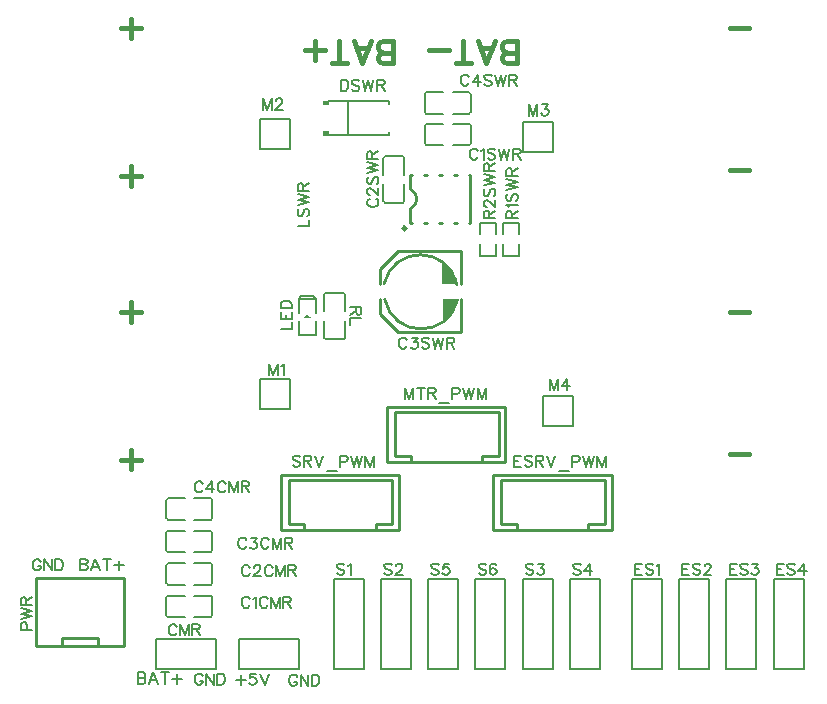
<source format=gto>
G04 Layer: TopSilkscreenLayer*
G04 EasyEDA v6.5.40, 2024-05-01 13:46:42*
G04 7703e67730494ffebf129c6139567d94,10*
G04 Gerber Generator version 0.2*
G04 Scale: 100 percent, Rotated: No, Reflected: No *
G04 Dimensions in millimeters *
G04 leading zeros omitted , absolute positions ,4 integer and 5 decimal *
%FSLAX45Y45*%
%MOMM*%

%ADD10C,0.2032*%
%ADD11C,0.2000*%
%ADD12C,0.4000*%
%ADD13C,0.4100*%
%ADD14C,0.1524*%
%ADD15C,0.1500*%
%ADD16C,0.2540*%
%ADD17C,0.2030*%
%ADD18C,0.0101*%

%LPD*%
D10*
X2438112Y-6501876D02*
G01*
X2433540Y-6492732D01*
X2424650Y-6483588D01*
X2415506Y-6479016D01*
X2397218Y-6479016D01*
X2388074Y-6483588D01*
X2379184Y-6492732D01*
X2374612Y-6501876D01*
X2370040Y-6515338D01*
X2370040Y-6538198D01*
X2374612Y-6551914D01*
X2379184Y-6560804D01*
X2388074Y-6569948D01*
X2397218Y-6574520D01*
X2415506Y-6574520D01*
X2424650Y-6569948D01*
X2433540Y-6560804D01*
X2438112Y-6551914D01*
X2438112Y-6538198D01*
X2415506Y-6538198D02*
G01*
X2438112Y-6538198D01*
X2468084Y-6479016D02*
G01*
X2468084Y-6574520D01*
X2468084Y-6479016D02*
G01*
X2531838Y-6574520D01*
X2531838Y-6479016D02*
G01*
X2531838Y-6574520D01*
X2561810Y-6479016D02*
G01*
X2561810Y-6574520D01*
X2561810Y-6479016D02*
G01*
X2593560Y-6479016D01*
X2607276Y-6483588D01*
X2616420Y-6492732D01*
X2620992Y-6501876D01*
X2625564Y-6515338D01*
X2625564Y-6538198D01*
X2620992Y-6551914D01*
X2616420Y-6560804D01*
X2607276Y-6569948D01*
X2593560Y-6574520D01*
X2561810Y-6574520D01*
D11*
X1960890Y-6482661D02*
G01*
X1960890Y-6564449D01*
X1919996Y-6523555D02*
G01*
X2001784Y-6523555D01*
X2086366Y-6469199D02*
G01*
X2040900Y-6469199D01*
X2036328Y-6510093D01*
X2040900Y-6505521D01*
X2054616Y-6500949D01*
X2068078Y-6500949D01*
X2081794Y-6505521D01*
X2090938Y-6514411D01*
X2095510Y-6528127D01*
X2095510Y-6537271D01*
X2090938Y-6550987D01*
X2081794Y-6559877D01*
X2068078Y-6564449D01*
X2054616Y-6564449D01*
X2040900Y-6559877D01*
X2036328Y-6555559D01*
X2031756Y-6546415D01*
X2125482Y-6469199D02*
G01*
X2161804Y-6564449D01*
X2198126Y-6469199D02*
G01*
X2161804Y-6564449D01*
X599998Y-5498972D02*
G01*
X599998Y-5594477D01*
X599998Y-5498972D02*
G01*
X640892Y-5498972D01*
X654608Y-5503545D01*
X659180Y-5508117D01*
X663752Y-5517261D01*
X663752Y-5526404D01*
X659180Y-5535548D01*
X654608Y-5539867D01*
X640892Y-5544438D01*
X599998Y-5544438D02*
G01*
X640892Y-5544438D01*
X654608Y-5549011D01*
X659180Y-5553582D01*
X663752Y-5562727D01*
X663752Y-5576443D01*
X659180Y-5585332D01*
X654608Y-5589904D01*
X640892Y-5594477D01*
X599998Y-5594477D01*
X730046Y-5498972D02*
G01*
X693724Y-5594477D01*
X730046Y-5498972D02*
G01*
X766368Y-5594477D01*
X707186Y-5562727D02*
G01*
X752652Y-5562727D01*
X828090Y-5498972D02*
G01*
X828090Y-5594477D01*
X796340Y-5498972D02*
G01*
X860094Y-5498972D01*
X930960Y-5512688D02*
G01*
X930960Y-5594477D01*
X890066Y-5553582D02*
G01*
X971854Y-5553582D01*
X268122Y-5521883D02*
G01*
X263550Y-5512739D01*
X254660Y-5503595D01*
X245516Y-5499023D01*
X227228Y-5499023D01*
X218084Y-5503595D01*
X209194Y-5512739D01*
X204622Y-5521883D01*
X200050Y-5535345D01*
X200050Y-5558205D01*
X204622Y-5571921D01*
X209194Y-5580811D01*
X218084Y-5589955D01*
X227228Y-5594527D01*
X245516Y-5594527D01*
X254660Y-5589955D01*
X263550Y-5580811D01*
X268122Y-5571921D01*
X268122Y-5558205D01*
X245516Y-5558205D02*
G01*
X268122Y-5558205D01*
X298094Y-5499023D02*
G01*
X298094Y-5594527D01*
X298094Y-5499023D02*
G01*
X361848Y-5594527D01*
X361848Y-5499023D02*
G01*
X361848Y-5594527D01*
X391820Y-5499023D02*
G01*
X391820Y-5594527D01*
X391820Y-5499023D02*
G01*
X423570Y-5499023D01*
X437286Y-5503595D01*
X446430Y-5512739D01*
X451002Y-5521883D01*
X455574Y-5535345D01*
X455574Y-5558205D01*
X451002Y-5571921D01*
X446430Y-5580811D01*
X437286Y-5589955D01*
X423570Y-5594527D01*
X391820Y-5594527D01*
X1090071Y-6459034D02*
G01*
X1090071Y-6554538D01*
X1090071Y-6459034D02*
G01*
X1130965Y-6459034D01*
X1144427Y-6463606D01*
X1148999Y-6468178D01*
X1153571Y-6477322D01*
X1153571Y-6486212D01*
X1148999Y-6495356D01*
X1144427Y-6499928D01*
X1130965Y-6504500D01*
X1090071Y-6504500D02*
G01*
X1130965Y-6504500D01*
X1144427Y-6509072D01*
X1148999Y-6513644D01*
X1153571Y-6522788D01*
X1153571Y-6536250D01*
X1148999Y-6545394D01*
X1144427Y-6549966D01*
X1130965Y-6554538D01*
X1090071Y-6554538D01*
X1219865Y-6459034D02*
G01*
X1183543Y-6554538D01*
X1219865Y-6459034D02*
G01*
X1256441Y-6554538D01*
X1197259Y-6522788D02*
G01*
X1242725Y-6522788D01*
X1318163Y-6459034D02*
G01*
X1318163Y-6554538D01*
X1286413Y-6459034D02*
G01*
X1349913Y-6459034D01*
X1420779Y-6472750D02*
G01*
X1420779Y-6554538D01*
X1379885Y-6513644D02*
G01*
X1461927Y-6513644D01*
D10*
X1638129Y-6491874D02*
G01*
X1633557Y-6482725D01*
X1624665Y-6473583D01*
X1615523Y-6469009D01*
X1597233Y-6469009D01*
X1588089Y-6473583D01*
X1579199Y-6482725D01*
X1574629Y-6491874D01*
X1570057Y-6505333D01*
X1570057Y-6528191D01*
X1574629Y-6541907D01*
X1579199Y-6550799D01*
X1588089Y-6559941D01*
X1597233Y-6564515D01*
X1615523Y-6564515D01*
X1624665Y-6559941D01*
X1633557Y-6550799D01*
X1638129Y-6541907D01*
X1638129Y-6528191D01*
X1615523Y-6528191D02*
G01*
X1638129Y-6528191D01*
X1668099Y-6469009D02*
G01*
X1668099Y-6564515D01*
X1668099Y-6469009D02*
G01*
X1731855Y-6564515D01*
X1731855Y-6469009D02*
G01*
X1731855Y-6564515D01*
X1761825Y-6469009D02*
G01*
X1761825Y-6564515D01*
X1761825Y-6469009D02*
G01*
X1793575Y-6469009D01*
X1807291Y-6473583D01*
X1816437Y-6482725D01*
X1821007Y-6491874D01*
X1825581Y-6505333D01*
X1825581Y-6528191D01*
X1821007Y-6541907D01*
X1816437Y-6550799D01*
X1807291Y-6559941D01*
X1793575Y-6564515D01*
X1761825Y-6564515D01*
D12*
X6099942Y-2207348D02*
G01*
X6263518Y-2207348D01*
X6099942Y-4607344D02*
G01*
X6263513Y-4607344D01*
X6099942Y-1007351D02*
G01*
X6263510Y-1007351D01*
X6099942Y-3407346D02*
G01*
X6263523Y-3407346D01*
X1031727Y-925418D02*
G01*
X1031727Y-1088994D01*
X949939Y-1007206D02*
G01*
X1113515Y-1007206D01*
X1031747Y-2175405D02*
G01*
X1031747Y-2338981D01*
X949960Y-2257191D02*
G01*
X1113536Y-2257191D01*
X1031727Y-3325413D02*
G01*
X1031727Y-3488989D01*
X949939Y-3407201D02*
G01*
X1113515Y-3407201D01*
D13*
X1031727Y-4575411D02*
G01*
X1031727Y-4738987D01*
X949939Y-4657199D02*
G01*
X1113515Y-4657199D01*
D12*
X3249942Y-1301783D02*
G01*
X3249942Y-1111029D01*
X3249942Y-1301783D02*
G01*
X3168154Y-1301783D01*
X3140976Y-1292639D01*
X3131832Y-1283749D01*
X3122688Y-1265461D01*
X3122688Y-1247173D01*
X3131832Y-1229139D01*
X3140976Y-1219995D01*
X3168154Y-1210851D01*
X3249942Y-1210851D02*
G01*
X3168154Y-1210851D01*
X3140976Y-1201707D01*
X3131832Y-1192817D01*
X3122688Y-1174529D01*
X3122688Y-1147351D01*
X3131832Y-1129063D01*
X3140976Y-1119919D01*
X3168154Y-1111029D01*
X3249942Y-1111029D01*
X2990100Y-1301783D02*
G01*
X3062744Y-1111029D01*
X2990100Y-1301783D02*
G01*
X2917202Y-1111029D01*
X3035566Y-1174529D02*
G01*
X2944634Y-1174529D01*
X2793504Y-1301783D02*
G01*
X2793504Y-1111029D01*
X2857258Y-1301783D02*
G01*
X2730004Y-1301783D01*
X2588272Y-1274605D02*
G01*
X2588272Y-1111029D01*
X2670060Y-1192817D02*
G01*
X2506484Y-1192817D01*
X4300042Y-1301750D02*
G01*
X4300042Y-1110995D01*
X4300042Y-1301750D02*
G01*
X4218254Y-1301750D01*
X4190822Y-1292605D01*
X4181932Y-1283715D01*
X4172788Y-1265428D01*
X4172788Y-1247394D01*
X4181932Y-1229105D01*
X4190822Y-1219962D01*
X4218254Y-1210818D01*
X4300042Y-1210818D02*
G01*
X4218254Y-1210818D01*
X4190822Y-1201928D01*
X4181932Y-1192784D01*
X4172788Y-1174495D01*
X4172788Y-1147318D01*
X4181932Y-1129029D01*
X4190822Y-1119886D01*
X4218254Y-1110995D01*
X4300042Y-1110995D01*
X4039946Y-1301750D02*
G01*
X4112844Y-1110995D01*
X4039946Y-1301750D02*
G01*
X3967302Y-1110995D01*
X4085412Y-1174495D02*
G01*
X3994480Y-1174495D01*
X3843604Y-1301750D02*
G01*
X3843604Y-1110995D01*
X3907358Y-1301750D02*
G01*
X3780104Y-1301750D01*
X3719906Y-1192784D02*
G01*
X3556330Y-1192784D01*
D11*
X2443708Y-2679981D02*
G01*
X2539212Y-2679981D01*
X2539212Y-2679981D02*
G01*
X2539212Y-2625371D01*
X2457424Y-2531645D02*
G01*
X2448280Y-2540789D01*
X2443708Y-2554505D01*
X2443708Y-2572539D01*
X2448280Y-2586255D01*
X2457424Y-2595399D01*
X2466314Y-2595399D01*
X2475458Y-2590827D01*
X2480030Y-2586255D01*
X2484602Y-2577111D01*
X2493746Y-2549933D01*
X2498318Y-2540789D01*
X2502890Y-2536217D01*
X2511780Y-2531645D01*
X2525496Y-2531645D01*
X2534640Y-2540789D01*
X2539212Y-2554505D01*
X2539212Y-2572539D01*
X2534640Y-2586255D01*
X2525496Y-2595399D01*
X2443708Y-2501673D02*
G01*
X2539212Y-2479067D01*
X2443708Y-2456207D02*
G01*
X2539212Y-2479067D01*
X2443708Y-2456207D02*
G01*
X2539212Y-2433601D01*
X2443708Y-2410741D02*
G01*
X2539212Y-2433601D01*
X2443708Y-2380769D02*
G01*
X2539212Y-2380769D01*
X2443708Y-2380769D02*
G01*
X2443708Y-2339875D01*
X2448280Y-2326159D01*
X2452852Y-2321587D01*
X2461742Y-2317269D01*
X2470886Y-2317269D01*
X2480030Y-2321587D01*
X2484602Y-2326159D01*
X2489174Y-2339875D01*
X2489174Y-2380769D01*
X2489174Y-2349019D02*
G01*
X2539212Y-2317269D01*
X1638185Y-4861702D02*
G01*
X1633613Y-4852812D01*
X1624469Y-4843668D01*
X1615325Y-4839096D01*
X1597291Y-4839096D01*
X1588147Y-4843668D01*
X1579003Y-4852812D01*
X1574431Y-4861702D01*
X1570113Y-4875418D01*
X1570113Y-4898278D01*
X1574431Y-4911740D01*
X1579003Y-4920884D01*
X1588147Y-4930028D01*
X1597291Y-4934600D01*
X1615325Y-4934600D01*
X1624469Y-4930028D01*
X1633613Y-4920884D01*
X1638185Y-4911740D01*
X1713623Y-4839096D02*
G01*
X1668157Y-4902850D01*
X1736229Y-4902850D01*
X1713623Y-4839096D02*
G01*
X1713623Y-4934600D01*
X1834527Y-4861702D02*
G01*
X1829955Y-4852812D01*
X1820811Y-4843668D01*
X1811921Y-4839096D01*
X1793633Y-4839096D01*
X1784489Y-4843668D01*
X1775345Y-4852812D01*
X1770773Y-4861702D01*
X1766455Y-4875418D01*
X1766455Y-4898278D01*
X1770773Y-4911740D01*
X1775345Y-4920884D01*
X1784489Y-4930028D01*
X1793633Y-4934600D01*
X1811921Y-4934600D01*
X1820811Y-4930028D01*
X1829955Y-4920884D01*
X1834527Y-4911740D01*
X1864499Y-4839096D02*
G01*
X1864499Y-4934600D01*
X1864499Y-4839096D02*
G01*
X1900821Y-4934600D01*
X1937143Y-4839096D02*
G01*
X1900821Y-4934600D01*
X1937143Y-4839096D02*
G01*
X1937143Y-4934600D01*
X1967369Y-4839096D02*
G01*
X1967369Y-4934600D01*
X1967369Y-4839096D02*
G01*
X2008263Y-4839096D01*
X2021725Y-4843668D01*
X2026297Y-4848240D01*
X2030869Y-4857384D01*
X2030869Y-4866274D01*
X2026297Y-4875418D01*
X2021725Y-4879990D01*
X2008263Y-4884562D01*
X1967369Y-4884562D01*
X1999119Y-4884562D02*
G01*
X2030869Y-4934600D01*
X2299047Y-3549937D02*
G01*
X2394551Y-3549937D01*
X2394551Y-3549937D02*
G01*
X2394551Y-3495327D01*
X2299047Y-3465355D02*
G01*
X2394551Y-3465355D01*
X2299047Y-3465355D02*
G01*
X2299047Y-3406427D01*
X2344513Y-3465355D02*
G01*
X2344513Y-3429033D01*
X2394551Y-3465355D02*
G01*
X2394551Y-3406427D01*
X2299047Y-3376455D02*
G01*
X2394551Y-3376455D01*
X2299047Y-3376455D02*
G01*
X2299047Y-3344451D01*
X2303619Y-3330989D01*
X2312763Y-3321845D01*
X2321907Y-3317273D01*
X2335369Y-3312701D01*
X2358229Y-3312701D01*
X2371691Y-3317273D01*
X2380835Y-3321845D01*
X2389979Y-3330989D01*
X2394551Y-3344451D01*
X2394551Y-3376455D01*
X4275068Y-4624077D02*
G01*
X4275068Y-4719581D01*
X4275068Y-4624077D02*
G01*
X4333996Y-4624077D01*
X4275068Y-4669543D02*
G01*
X4311390Y-4669543D01*
X4275068Y-4719581D02*
G01*
X4333996Y-4719581D01*
X4427722Y-4637793D02*
G01*
X4418578Y-4628649D01*
X4405116Y-4624077D01*
X4386828Y-4624077D01*
X4373112Y-4628649D01*
X4363968Y-4637793D01*
X4363968Y-4646683D01*
X4368540Y-4655827D01*
X4373112Y-4660399D01*
X4382256Y-4664971D01*
X4409434Y-4674115D01*
X4418578Y-4678687D01*
X4423150Y-4683259D01*
X4427722Y-4692149D01*
X4427722Y-4705865D01*
X4418578Y-4715009D01*
X4405116Y-4719581D01*
X4386828Y-4719581D01*
X4373112Y-4715009D01*
X4363968Y-4705865D01*
X4457694Y-4624077D02*
G01*
X4457694Y-4719581D01*
X4457694Y-4624077D02*
G01*
X4498588Y-4624077D01*
X4512304Y-4628649D01*
X4516876Y-4633221D01*
X4521448Y-4642365D01*
X4521448Y-4651255D01*
X4516876Y-4660399D01*
X4512304Y-4664971D01*
X4498588Y-4669543D01*
X4457694Y-4669543D01*
X4489444Y-4669543D02*
G01*
X4521448Y-4719581D01*
X4551420Y-4624077D02*
G01*
X4587742Y-4719581D01*
X4624064Y-4624077D02*
G01*
X4587742Y-4719581D01*
X4654036Y-4751331D02*
G01*
X4735824Y-4751331D01*
X4765796Y-4624077D02*
G01*
X4765796Y-4719581D01*
X4765796Y-4624077D02*
G01*
X4806690Y-4624077D01*
X4820406Y-4628649D01*
X4824978Y-4633221D01*
X4829550Y-4642365D01*
X4829550Y-4655827D01*
X4824978Y-4664971D01*
X4820406Y-4669543D01*
X4806690Y-4674115D01*
X4765796Y-4674115D01*
X4859522Y-4624077D02*
G01*
X4882382Y-4719581D01*
X4904988Y-4624077D02*
G01*
X4882382Y-4719581D01*
X4904988Y-4624077D02*
G01*
X4927594Y-4719581D01*
X4950454Y-4624077D02*
G01*
X4927594Y-4719581D01*
X4980426Y-4624077D02*
G01*
X4980426Y-4719581D01*
X4980426Y-4624077D02*
G01*
X5016748Y-4719581D01*
X5053070Y-4624077D02*
G01*
X5016748Y-4719581D01*
X5053070Y-4624077D02*
G01*
X5053070Y-4719581D01*
X2038095Y-5841674D02*
G01*
X2033524Y-5832784D01*
X2024634Y-5823640D01*
X2015490Y-5819068D01*
X1997202Y-5819068D01*
X1988058Y-5823640D01*
X1979168Y-5832784D01*
X1974595Y-5841674D01*
X1970024Y-5855390D01*
X1970024Y-5878250D01*
X1974595Y-5891712D01*
X1979168Y-5900856D01*
X1988058Y-5910000D01*
X1997202Y-5914572D01*
X2015490Y-5914572D01*
X2024634Y-5910000D01*
X2033524Y-5900856D01*
X2038095Y-5891712D01*
X2068068Y-5837356D02*
G01*
X2077211Y-5832784D01*
X2090927Y-5819068D01*
X2090927Y-5914572D01*
X2188972Y-5841674D02*
G01*
X2184654Y-5832784D01*
X2175509Y-5823640D01*
X2166365Y-5819068D01*
X2148077Y-5819068D01*
X2139188Y-5823640D01*
X2130043Y-5832784D01*
X2125472Y-5841674D01*
X2120900Y-5855390D01*
X2120900Y-5878250D01*
X2125472Y-5891712D01*
X2130043Y-5900856D01*
X2139188Y-5910000D01*
X2148077Y-5914572D01*
X2166365Y-5914572D01*
X2175509Y-5910000D01*
X2184654Y-5900856D01*
X2188972Y-5891712D01*
X2219197Y-5819068D02*
G01*
X2219197Y-5914572D01*
X2219197Y-5819068D02*
G01*
X2255520Y-5914572D01*
X2291841Y-5819068D02*
G01*
X2255520Y-5914572D01*
X2291841Y-5819068D02*
G01*
X2291841Y-5914572D01*
X2321813Y-5819068D02*
G01*
X2321813Y-5914572D01*
X2321813Y-5819068D02*
G01*
X2362708Y-5819068D01*
X2376424Y-5823640D01*
X2380995Y-5828212D01*
X2385568Y-5837356D01*
X2385568Y-5846246D01*
X2380995Y-5855390D01*
X2376424Y-5859962D01*
X2362708Y-5864534D01*
X2321813Y-5864534D01*
X2353563Y-5864534D02*
G01*
X2385568Y-5914572D01*
X2038083Y-5571688D02*
G01*
X2033511Y-5562798D01*
X2024621Y-5553654D01*
X2015477Y-5549082D01*
X1997189Y-5549082D01*
X1988045Y-5553654D01*
X1979155Y-5562798D01*
X1974583Y-5571688D01*
X1970011Y-5585404D01*
X1970011Y-5608264D01*
X1974583Y-5621726D01*
X1979155Y-5630870D01*
X1988045Y-5640014D01*
X1997189Y-5644586D01*
X2015477Y-5644586D01*
X2024621Y-5640014D01*
X2033511Y-5630870D01*
X2038083Y-5621726D01*
X2072627Y-5571688D02*
G01*
X2072627Y-5567370D01*
X2077199Y-5558226D01*
X2081771Y-5553654D01*
X2090915Y-5549082D01*
X2109203Y-5549082D01*
X2118093Y-5553654D01*
X2122665Y-5558226D01*
X2127237Y-5567370D01*
X2127237Y-5576260D01*
X2122665Y-5585404D01*
X2113521Y-5599120D01*
X2068055Y-5644586D01*
X2131809Y-5644586D01*
X2230107Y-5571688D02*
G01*
X2225535Y-5562798D01*
X2216391Y-5553654D01*
X2207247Y-5549082D01*
X2188959Y-5549082D01*
X2180069Y-5553654D01*
X2170925Y-5562798D01*
X2166353Y-5571688D01*
X2161781Y-5585404D01*
X2161781Y-5608264D01*
X2166353Y-5621726D01*
X2170925Y-5630870D01*
X2180069Y-5640014D01*
X2188959Y-5644586D01*
X2207247Y-5644586D01*
X2216391Y-5640014D01*
X2225535Y-5630870D01*
X2230107Y-5621726D01*
X2260079Y-5549082D02*
G01*
X2260079Y-5644586D01*
X2260079Y-5549082D02*
G01*
X2296401Y-5644586D01*
X2332723Y-5549082D02*
G01*
X2296401Y-5644586D01*
X2332723Y-5549082D02*
G01*
X2332723Y-5644586D01*
X2362695Y-5549082D02*
G01*
X2362695Y-5644586D01*
X2362695Y-5549082D02*
G01*
X2403589Y-5549082D01*
X2417305Y-5553654D01*
X2421877Y-5558226D01*
X2426449Y-5567370D01*
X2426449Y-5576260D01*
X2421877Y-5585404D01*
X2417305Y-5589976D01*
X2403589Y-5594548D01*
X2362695Y-5594548D01*
X2394445Y-5594548D02*
G01*
X2426449Y-5644586D01*
X2008083Y-5341711D02*
G01*
X2003511Y-5332821D01*
X1994621Y-5323677D01*
X1985477Y-5319105D01*
X1967189Y-5319105D01*
X1958045Y-5323677D01*
X1949155Y-5332821D01*
X1944583Y-5341711D01*
X1940011Y-5355427D01*
X1940011Y-5378033D01*
X1944583Y-5391749D01*
X1949155Y-5400893D01*
X1958045Y-5410037D01*
X1967189Y-5414609D01*
X1985477Y-5414609D01*
X1994621Y-5410037D01*
X2003511Y-5400893D01*
X2008083Y-5391749D01*
X2047199Y-5319105D02*
G01*
X2097237Y-5319105D01*
X2070059Y-5355427D01*
X2083521Y-5355427D01*
X2092665Y-5359999D01*
X2097237Y-5364571D01*
X2101809Y-5378033D01*
X2101809Y-5387177D01*
X2097237Y-5400893D01*
X2088093Y-5410037D01*
X2074631Y-5414609D01*
X2060915Y-5414609D01*
X2047199Y-5410037D01*
X2042627Y-5405465D01*
X2038055Y-5396321D01*
X2200107Y-5341711D02*
G01*
X2195535Y-5332821D01*
X2186391Y-5323677D01*
X2177247Y-5319105D01*
X2158959Y-5319105D01*
X2150069Y-5323677D01*
X2140925Y-5332821D01*
X2136353Y-5341711D01*
X2131781Y-5355427D01*
X2131781Y-5378033D01*
X2136353Y-5391749D01*
X2140925Y-5400893D01*
X2150069Y-5410037D01*
X2158959Y-5414609D01*
X2177247Y-5414609D01*
X2186391Y-5410037D01*
X2195535Y-5400893D01*
X2200107Y-5391749D01*
X2230079Y-5319105D02*
G01*
X2230079Y-5414609D01*
X2230079Y-5319105D02*
G01*
X2266401Y-5414609D01*
X2302723Y-5319105D02*
G01*
X2266401Y-5414609D01*
X2302723Y-5319105D02*
G01*
X2302723Y-5414609D01*
X2332695Y-5319105D02*
G01*
X2332695Y-5414609D01*
X2332695Y-5319105D02*
G01*
X2373589Y-5319105D01*
X2387305Y-5323677D01*
X2391877Y-5328249D01*
X2396449Y-5337139D01*
X2396449Y-5346283D01*
X2391877Y-5355427D01*
X2387305Y-5359999D01*
X2373589Y-5364571D01*
X2332695Y-5364571D01*
X2364445Y-5364571D02*
G01*
X2396449Y-5414609D01*
X3053087Y-2449647D02*
G01*
X3044197Y-2454219D01*
X3035053Y-2463363D01*
X3030481Y-2472507D01*
X3030481Y-2490541D01*
X3035053Y-2499685D01*
X3044197Y-2508829D01*
X3053087Y-2513401D01*
X3066803Y-2517973D01*
X3089663Y-2517973D01*
X3103125Y-2513401D01*
X3112269Y-2508829D01*
X3121413Y-2499685D01*
X3125985Y-2490541D01*
X3125985Y-2472507D01*
X3121413Y-2463363D01*
X3112269Y-2454219D01*
X3103125Y-2449647D01*
X3053087Y-2415103D02*
G01*
X3048769Y-2415103D01*
X3039625Y-2410531D01*
X3035053Y-2405959D01*
X3030481Y-2397069D01*
X3030481Y-2378781D01*
X3035053Y-2369637D01*
X3039625Y-2365065D01*
X3048769Y-2360747D01*
X3057659Y-2360747D01*
X3066803Y-2365065D01*
X3080519Y-2374209D01*
X3125985Y-2419675D01*
X3125985Y-2356175D01*
X3044197Y-2262449D02*
G01*
X3035053Y-2271593D01*
X3030481Y-2285055D01*
X3030481Y-2303343D01*
X3035053Y-2317059D01*
X3044197Y-2326203D01*
X3053087Y-2326203D01*
X3062231Y-2321631D01*
X3066803Y-2317059D01*
X3071375Y-2307915D01*
X3080519Y-2280737D01*
X3085091Y-2271593D01*
X3089663Y-2267021D01*
X3098553Y-2262449D01*
X3112269Y-2262449D01*
X3121413Y-2271593D01*
X3125985Y-2285055D01*
X3125985Y-2303343D01*
X3121413Y-2317059D01*
X3112269Y-2326203D01*
X3030481Y-2232477D02*
G01*
X3125985Y-2209617D01*
X3030481Y-2187011D02*
G01*
X3125985Y-2209617D01*
X3030481Y-2187011D02*
G01*
X3125985Y-2164151D01*
X3030481Y-2141545D02*
G01*
X3125985Y-2164151D01*
X3030481Y-2111573D02*
G01*
X3125985Y-2111573D01*
X3030481Y-2111573D02*
G01*
X3030481Y-2070679D01*
X3035053Y-2056963D01*
X3039625Y-2052391D01*
X3048769Y-2047819D01*
X3057659Y-2047819D01*
X3066803Y-2052391D01*
X3071375Y-2056963D01*
X3075947Y-2070679D01*
X3075947Y-2111573D01*
X3075947Y-2079823D02*
G01*
X3125985Y-2047819D01*
X3368159Y-3646690D02*
G01*
X3363587Y-3637800D01*
X3354443Y-3628656D01*
X3345553Y-3624084D01*
X3327265Y-3624084D01*
X3318121Y-3628656D01*
X3308977Y-3637800D01*
X3304405Y-3646690D01*
X3300087Y-3660406D01*
X3300087Y-3683266D01*
X3304405Y-3696728D01*
X3308977Y-3705872D01*
X3318121Y-3715016D01*
X3327265Y-3719588D01*
X3345553Y-3719588D01*
X3354443Y-3715016D01*
X3363587Y-3705872D01*
X3368159Y-3696728D01*
X3407275Y-3624084D02*
G01*
X3457313Y-3624084D01*
X3429881Y-3660406D01*
X3443597Y-3660406D01*
X3452741Y-3664978D01*
X3457313Y-3669550D01*
X3461885Y-3683266D01*
X3461885Y-3692156D01*
X3457313Y-3705872D01*
X3448169Y-3715016D01*
X3434453Y-3719588D01*
X3420991Y-3719588D01*
X3407275Y-3715016D01*
X3402703Y-3710444D01*
X3398131Y-3701300D01*
X3555357Y-3637800D02*
G01*
X3546467Y-3628656D01*
X3532751Y-3624084D01*
X3514463Y-3624084D01*
X3501001Y-3628656D01*
X3491857Y-3637800D01*
X3491857Y-3646690D01*
X3496429Y-3655834D01*
X3501001Y-3660406D01*
X3509891Y-3664978D01*
X3537323Y-3674122D01*
X3546467Y-3678694D01*
X3550785Y-3683266D01*
X3555357Y-3692156D01*
X3555357Y-3705872D01*
X3546467Y-3715016D01*
X3532751Y-3719588D01*
X3514463Y-3719588D01*
X3501001Y-3715016D01*
X3491857Y-3705872D01*
X3585329Y-3624084D02*
G01*
X3608189Y-3719588D01*
X3630795Y-3624084D02*
G01*
X3608189Y-3719588D01*
X3630795Y-3624084D02*
G01*
X3653655Y-3719588D01*
X3676261Y-3624084D02*
G01*
X3653655Y-3719588D01*
X3706233Y-3624084D02*
G01*
X3706233Y-3719588D01*
X3706233Y-3624084D02*
G01*
X3747381Y-3624084D01*
X3760843Y-3628656D01*
X3765415Y-3633228D01*
X3769987Y-3642372D01*
X3769987Y-3651262D01*
X3765415Y-3660406D01*
X3760843Y-3664978D01*
X3747381Y-3669550D01*
X3706233Y-3669550D01*
X3738237Y-3669550D02*
G01*
X3769987Y-3719588D01*
X2806420Y-1442059D02*
G01*
X2806420Y-1537563D01*
X2806420Y-1442059D02*
G01*
X2838170Y-1442059D01*
X2851886Y-1446631D01*
X2861030Y-1455521D01*
X2865602Y-1464665D01*
X2869920Y-1478381D01*
X2869920Y-1500987D01*
X2865602Y-1514703D01*
X2861030Y-1523847D01*
X2851886Y-1532991D01*
X2838170Y-1537563D01*
X2806420Y-1537563D01*
X2963646Y-1455521D02*
G01*
X2954502Y-1446631D01*
X2941040Y-1442059D01*
X2922752Y-1442059D01*
X2909036Y-1446631D01*
X2900146Y-1455521D01*
X2900146Y-1464665D01*
X2904464Y-1473809D01*
X2909036Y-1478381D01*
X2918180Y-1482953D01*
X2945612Y-1492097D01*
X2954502Y-1496415D01*
X2959074Y-1500987D01*
X2963646Y-1510131D01*
X2963646Y-1523847D01*
X2954502Y-1532991D01*
X2941040Y-1537563D01*
X2922752Y-1537563D01*
X2909036Y-1532991D01*
X2900146Y-1523847D01*
X2993618Y-1442059D02*
G01*
X3016478Y-1537563D01*
X3039084Y-1442059D02*
G01*
X3016478Y-1537563D01*
X3039084Y-1442059D02*
G01*
X3061944Y-1537563D01*
X3084550Y-1442059D02*
G01*
X3061944Y-1537563D01*
X3114522Y-1442059D02*
G01*
X3114522Y-1537563D01*
X3114522Y-1442059D02*
G01*
X3155416Y-1442059D01*
X3169132Y-1446631D01*
X3173704Y-1451203D01*
X3178276Y-1460093D01*
X3178276Y-1469237D01*
X3173704Y-1478381D01*
X3169132Y-1482953D01*
X3155416Y-1487525D01*
X3114522Y-1487525D01*
X3146272Y-1487525D02*
G01*
X3178276Y-1537563D01*
X2982175Y-3367874D02*
G01*
X2886925Y-3367874D01*
X2982175Y-3367874D02*
G01*
X2982175Y-3408768D01*
X2977857Y-3422484D01*
X2973285Y-3427056D01*
X2964141Y-3431628D01*
X2954997Y-3431628D01*
X2945853Y-3427056D01*
X2941281Y-3422484D01*
X2936963Y-3408768D01*
X2936963Y-3367874D01*
X2936963Y-3399624D02*
G01*
X2886925Y-3431628D01*
X2982175Y-3461600D02*
G01*
X2886925Y-3461600D01*
X2886925Y-3461600D02*
G01*
X2886925Y-3515956D01*
X2200071Y-3849027D02*
G01*
X2200071Y-3944531D01*
X2200071Y-3849027D02*
G01*
X2236393Y-3944531D01*
X2272715Y-3849027D02*
G01*
X2236393Y-3944531D01*
X2272715Y-3849027D02*
G01*
X2272715Y-3944531D01*
X2302687Y-3867315D02*
G01*
X2311831Y-3862743D01*
X2325547Y-3849027D01*
X2325547Y-3944531D01*
X2150097Y-1599031D02*
G01*
X2150097Y-1694535D01*
X2150097Y-1599031D02*
G01*
X2186419Y-1694535D01*
X2222741Y-1599031D02*
G01*
X2186419Y-1694535D01*
X2222741Y-1599031D02*
G01*
X2222741Y-1694535D01*
X2257285Y-1621891D02*
G01*
X2257285Y-1617319D01*
X2261857Y-1608175D01*
X2266429Y-1603603D01*
X2275573Y-1599031D01*
X2293607Y-1599031D01*
X2302751Y-1603603D01*
X2307323Y-1608175D01*
X2311895Y-1617319D01*
X2311895Y-1626463D01*
X2307323Y-1635353D01*
X2298179Y-1649069D01*
X2252713Y-1694535D01*
X2316467Y-1694535D01*
X4400044Y-1649084D02*
G01*
X4400044Y-1744588D01*
X4400044Y-1649084D02*
G01*
X4436366Y-1744588D01*
X4472688Y-1649084D02*
G01*
X4436366Y-1744588D01*
X4472688Y-1649084D02*
G01*
X4472688Y-1744588D01*
X4511804Y-1649084D02*
G01*
X4561842Y-1649084D01*
X4534410Y-1685406D01*
X4548126Y-1685406D01*
X4557270Y-1689978D01*
X4561842Y-1694550D01*
X4566414Y-1708266D01*
X4566414Y-1717156D01*
X4561842Y-1730872D01*
X4552698Y-1740016D01*
X4538982Y-1744588D01*
X4525520Y-1744588D01*
X4511804Y-1740016D01*
X4507232Y-1735444D01*
X4502660Y-1726300D01*
X4575083Y-3974017D02*
G01*
X4575083Y-4069521D01*
X4575083Y-3974017D02*
G01*
X4611405Y-4069521D01*
X4647727Y-3974017D02*
G01*
X4611405Y-4069521D01*
X4647727Y-3974017D02*
G01*
X4647727Y-4069521D01*
X4723165Y-3974017D02*
G01*
X4677699Y-4037771D01*
X4745771Y-4037771D01*
X4723165Y-3974017D02*
G01*
X4723165Y-4069521D01*
X2838648Y-5552729D02*
G01*
X2829504Y-5543585D01*
X2815788Y-5539013D01*
X2797754Y-5539013D01*
X2784038Y-5543585D01*
X2774894Y-5552729D01*
X2774894Y-5561873D01*
X2779466Y-5570763D01*
X2784038Y-5575335D01*
X2793182Y-5579907D01*
X2820360Y-5589051D01*
X2829504Y-5593623D01*
X2834076Y-5598195D01*
X2838648Y-5607339D01*
X2838648Y-5620801D01*
X2829504Y-5629945D01*
X2815788Y-5634517D01*
X2797754Y-5634517D01*
X2784038Y-5629945D01*
X2774894Y-5620801D01*
X2868620Y-5557301D02*
G01*
X2877764Y-5552729D01*
X2891480Y-5539013D01*
X2891480Y-5634517D01*
X3238698Y-5552727D02*
G01*
X3229554Y-5543583D01*
X3215838Y-5539011D01*
X3197804Y-5539011D01*
X3184088Y-5543583D01*
X3174944Y-5552727D01*
X3174944Y-5561871D01*
X3179516Y-5570761D01*
X3184088Y-5575333D01*
X3193232Y-5579905D01*
X3220410Y-5589049D01*
X3229554Y-5593621D01*
X3234126Y-5598193D01*
X3238698Y-5607337D01*
X3238698Y-5620799D01*
X3229554Y-5629943D01*
X3215838Y-5634515D01*
X3197804Y-5634515D01*
X3184088Y-5629943D01*
X3174944Y-5620799D01*
X3273242Y-5561871D02*
G01*
X3273242Y-5557299D01*
X3277814Y-5548155D01*
X3282386Y-5543583D01*
X3291276Y-5539011D01*
X3309564Y-5539011D01*
X3318708Y-5543583D01*
X3323280Y-5548155D01*
X3327598Y-5557299D01*
X3327598Y-5566443D01*
X3323280Y-5575333D01*
X3314136Y-5589049D01*
X3268670Y-5634515D01*
X3332170Y-5634515D01*
X4438746Y-5552727D02*
G01*
X4429602Y-5543583D01*
X4415886Y-5539011D01*
X4397598Y-5539011D01*
X4384136Y-5543583D01*
X4374992Y-5552727D01*
X4374992Y-5561871D01*
X4379564Y-5570761D01*
X4384136Y-5575333D01*
X4393280Y-5579905D01*
X4420458Y-5589049D01*
X4429602Y-5593621D01*
X4434174Y-5598193D01*
X4438746Y-5607337D01*
X4438746Y-5620799D01*
X4429602Y-5629943D01*
X4415886Y-5634515D01*
X4397598Y-5634515D01*
X4384136Y-5629943D01*
X4374992Y-5620799D01*
X4477608Y-5539011D02*
G01*
X4527646Y-5539011D01*
X4500468Y-5575333D01*
X4514184Y-5575333D01*
X4523074Y-5579905D01*
X4527646Y-5584477D01*
X4532218Y-5598193D01*
X4532218Y-5607337D01*
X4527646Y-5620799D01*
X4518502Y-5629943D01*
X4505040Y-5634515D01*
X4491324Y-5634515D01*
X4477608Y-5629943D01*
X4473290Y-5625371D01*
X4468718Y-5616227D01*
X4838517Y-5552727D02*
G01*
X4829627Y-5543583D01*
X4815911Y-5539011D01*
X4797623Y-5539011D01*
X4784161Y-5543583D01*
X4775017Y-5552727D01*
X4775017Y-5561871D01*
X4779589Y-5570761D01*
X4784161Y-5575333D01*
X4793051Y-5579905D01*
X4820483Y-5589049D01*
X4829627Y-5593621D01*
X4834199Y-5598193D01*
X4838517Y-5607337D01*
X4838517Y-5620799D01*
X4829627Y-5629943D01*
X4815911Y-5634515D01*
X4797623Y-5634515D01*
X4784161Y-5629943D01*
X4775017Y-5620799D01*
X4914209Y-5539011D02*
G01*
X4868743Y-5602765D01*
X4936815Y-5602765D01*
X4914209Y-5539011D02*
G01*
X4914209Y-5634515D01*
X3638646Y-5552727D02*
G01*
X3629502Y-5543583D01*
X3615786Y-5539011D01*
X3597752Y-5539011D01*
X3584036Y-5543583D01*
X3574892Y-5552727D01*
X3574892Y-5561871D01*
X3579464Y-5570761D01*
X3584036Y-5575333D01*
X3593180Y-5579905D01*
X3620358Y-5589049D01*
X3629502Y-5593621D01*
X3634074Y-5598193D01*
X3638646Y-5607337D01*
X3638646Y-5620799D01*
X3629502Y-5629943D01*
X3615786Y-5634515D01*
X3597752Y-5634515D01*
X3584036Y-5629943D01*
X3574892Y-5620799D01*
X3723228Y-5539011D02*
G01*
X3677762Y-5539011D01*
X3673190Y-5579905D01*
X3677762Y-5575333D01*
X3691478Y-5570761D01*
X3704940Y-5570761D01*
X3718656Y-5575333D01*
X3727800Y-5584477D01*
X3732372Y-5598193D01*
X3732372Y-5607337D01*
X3727800Y-5620799D01*
X3718656Y-5629943D01*
X3704940Y-5634515D01*
X3691478Y-5634515D01*
X3677762Y-5629943D01*
X3673190Y-5625371D01*
X3668618Y-5616227D01*
X4038518Y-5552727D02*
G01*
X4029628Y-5543583D01*
X4015912Y-5539011D01*
X3997624Y-5539011D01*
X3984162Y-5543583D01*
X3975018Y-5552727D01*
X3975018Y-5561871D01*
X3979590Y-5570761D01*
X3984162Y-5575333D01*
X3993052Y-5579905D01*
X4020484Y-5589049D01*
X4029628Y-5593621D01*
X4034200Y-5598193D01*
X4038518Y-5607337D01*
X4038518Y-5620799D01*
X4029628Y-5629943D01*
X4015912Y-5634515D01*
X3997624Y-5634515D01*
X3984162Y-5629943D01*
X3975018Y-5620799D01*
X4123100Y-5552727D02*
G01*
X4118528Y-5543583D01*
X4105066Y-5539011D01*
X4095922Y-5539011D01*
X4082206Y-5543583D01*
X4073062Y-5557299D01*
X4068744Y-5579905D01*
X4068744Y-5602765D01*
X4073062Y-5620799D01*
X4082206Y-5629943D01*
X4095922Y-5634515D01*
X4100494Y-5634515D01*
X4114210Y-5629943D01*
X4123100Y-5620799D01*
X4127672Y-5607337D01*
X4127672Y-5602765D01*
X4123100Y-5589049D01*
X4114210Y-5579905D01*
X4100494Y-5575333D01*
X4095922Y-5575333D01*
X4082206Y-5579905D01*
X4073062Y-5589049D01*
X4068744Y-5602765D01*
X1418196Y-6071730D02*
G01*
X1413624Y-6062840D01*
X1404480Y-6053696D01*
X1395336Y-6049124D01*
X1377302Y-6049124D01*
X1368158Y-6053696D01*
X1359014Y-6062840D01*
X1354442Y-6071730D01*
X1350124Y-6085446D01*
X1350124Y-6108052D01*
X1354442Y-6121768D01*
X1359014Y-6130912D01*
X1368158Y-6140056D01*
X1377302Y-6144628D01*
X1395336Y-6144628D01*
X1404480Y-6140056D01*
X1413624Y-6130912D01*
X1418196Y-6121768D01*
X1448168Y-6049124D02*
G01*
X1448168Y-6144628D01*
X1448168Y-6049124D02*
G01*
X1484490Y-6144628D01*
X1520812Y-6049124D02*
G01*
X1484490Y-6144628D01*
X1520812Y-6049124D02*
G01*
X1520812Y-6144628D01*
X1550784Y-6049124D02*
G01*
X1550784Y-6144628D01*
X1550784Y-6049124D02*
G01*
X1591932Y-6049124D01*
X1605394Y-6053696D01*
X1609966Y-6058268D01*
X1614538Y-6067158D01*
X1614538Y-6076302D01*
X1609966Y-6085446D01*
X1605394Y-6090018D01*
X1591932Y-6094590D01*
X1550784Y-6094590D01*
X1582788Y-6094590D02*
G01*
X1614538Y-6144628D01*
X3350018Y-4049026D02*
G01*
X3350018Y-4144530D01*
X3350018Y-4049026D02*
G01*
X3386340Y-4144530D01*
X3422662Y-4049026D02*
G01*
X3386340Y-4144530D01*
X3422662Y-4049026D02*
G01*
X3422662Y-4144530D01*
X3484638Y-4049026D02*
G01*
X3484638Y-4144530D01*
X3452634Y-4049026D02*
G01*
X3516388Y-4049026D01*
X3546360Y-4049026D02*
G01*
X3546360Y-4144530D01*
X3546360Y-4049026D02*
G01*
X3587254Y-4049026D01*
X3600970Y-4053598D01*
X3605542Y-4058170D01*
X3610114Y-4067314D01*
X3610114Y-4076458D01*
X3605542Y-4085348D01*
X3600970Y-4089920D01*
X3587254Y-4094492D01*
X3546360Y-4094492D01*
X3578110Y-4094492D02*
G01*
X3610114Y-4144530D01*
X3640086Y-4176280D02*
G01*
X3721874Y-4176280D01*
X3751846Y-4049026D02*
G01*
X3751846Y-4144530D01*
X3751846Y-4049026D02*
G01*
X3792740Y-4049026D01*
X3806456Y-4053598D01*
X3810774Y-4058170D01*
X3815346Y-4067314D01*
X3815346Y-4080776D01*
X3810774Y-4089920D01*
X3806456Y-4094492D01*
X3792740Y-4099064D01*
X3751846Y-4099064D01*
X3845572Y-4049026D02*
G01*
X3868178Y-4144530D01*
X3890784Y-4049026D02*
G01*
X3868178Y-4144530D01*
X3890784Y-4049026D02*
G01*
X3913644Y-4144530D01*
X3936250Y-4049026D02*
G01*
X3913644Y-4144530D01*
X3966476Y-4049026D02*
G01*
X3966476Y-4144530D01*
X3966476Y-4049026D02*
G01*
X4002798Y-4144530D01*
X4039120Y-4049026D02*
G01*
X4002798Y-4144530D01*
X4039120Y-4049026D02*
G01*
X4039120Y-4144530D01*
X99136Y-6100089D02*
G01*
X194640Y-6100089D01*
X99136Y-6100089D02*
G01*
X99136Y-6059195D01*
X103708Y-6045479D01*
X108280Y-6040907D01*
X117170Y-6036335D01*
X130886Y-6036335D01*
X140030Y-6040907D01*
X144602Y-6045479D01*
X149174Y-6059195D01*
X149174Y-6100089D01*
X99136Y-6006363D02*
G01*
X194640Y-5983503D01*
X99136Y-5960897D02*
G01*
X194640Y-5983503D01*
X99136Y-5960897D02*
G01*
X194640Y-5938291D01*
X99136Y-5915431D02*
G01*
X194640Y-5938291D01*
X99136Y-5885459D02*
G01*
X194640Y-5885459D01*
X99136Y-5885459D02*
G01*
X99136Y-5844565D01*
X103708Y-5830849D01*
X108280Y-5826277D01*
X117170Y-5821705D01*
X126314Y-5821705D01*
X135458Y-5826277D01*
X140030Y-5830849D01*
X144602Y-5844565D01*
X144602Y-5885459D01*
X144602Y-5853709D02*
G01*
X194640Y-5821705D01*
X2463647Y-4637793D02*
G01*
X2454503Y-4628649D01*
X2440787Y-4624077D01*
X2422753Y-4624077D01*
X2409037Y-4628649D01*
X2399893Y-4637793D01*
X2399893Y-4646683D01*
X2404465Y-4655827D01*
X2409037Y-4660399D01*
X2418181Y-4664971D01*
X2445359Y-4674115D01*
X2454503Y-4678687D01*
X2459075Y-4683259D01*
X2463647Y-4692149D01*
X2463647Y-4705865D01*
X2454503Y-4715009D01*
X2440787Y-4719581D01*
X2422753Y-4719581D01*
X2409037Y-4715009D01*
X2399893Y-4705865D01*
X2493619Y-4624077D02*
G01*
X2493619Y-4719581D01*
X2493619Y-4624077D02*
G01*
X2534513Y-4624077D01*
X2548229Y-4628649D01*
X2552801Y-4633221D01*
X2557373Y-4642365D01*
X2557373Y-4651255D01*
X2552801Y-4660399D01*
X2548229Y-4664971D01*
X2534513Y-4669543D01*
X2493619Y-4669543D01*
X2525369Y-4669543D02*
G01*
X2557373Y-4719581D01*
X2587345Y-4624077D02*
G01*
X2623667Y-4719581D01*
X2659989Y-4624077D02*
G01*
X2623667Y-4719581D01*
X2689961Y-4751331D02*
G01*
X2771749Y-4751331D01*
X2801721Y-4624077D02*
G01*
X2801721Y-4719581D01*
X2801721Y-4624077D02*
G01*
X2842615Y-4624077D01*
X2856331Y-4628649D01*
X2860903Y-4633221D01*
X2865475Y-4642365D01*
X2865475Y-4655827D01*
X2860903Y-4664971D01*
X2856331Y-4669543D01*
X2842615Y-4674115D01*
X2801721Y-4674115D01*
X2895447Y-4624077D02*
G01*
X2918053Y-4719581D01*
X2940913Y-4624077D02*
G01*
X2918053Y-4719581D01*
X2940913Y-4624077D02*
G01*
X2963519Y-4719581D01*
X2986379Y-4624077D02*
G01*
X2963519Y-4719581D01*
X3016351Y-4624077D02*
G01*
X3016351Y-4719581D01*
X3016351Y-4624077D02*
G01*
X3052673Y-4719581D01*
X3088995Y-4624077D02*
G01*
X3052673Y-4719581D01*
X3088995Y-4624077D02*
G01*
X3088995Y-4719581D01*
X3968267Y-2046714D02*
G01*
X3963695Y-2037824D01*
X3954551Y-2028680D01*
X3945407Y-2024108D01*
X3927373Y-2024108D01*
X3918229Y-2028680D01*
X3909085Y-2037824D01*
X3904513Y-2046714D01*
X3899941Y-2060430D01*
X3899941Y-2083290D01*
X3904513Y-2096752D01*
X3909085Y-2105896D01*
X3918229Y-2115040D01*
X3927373Y-2119612D01*
X3945407Y-2119612D01*
X3954551Y-2115040D01*
X3963695Y-2105896D01*
X3968267Y-2096752D01*
X3998239Y-2042396D02*
G01*
X4007383Y-2037824D01*
X4020845Y-2024108D01*
X4020845Y-2119612D01*
X4114571Y-2037824D02*
G01*
X4105427Y-2028680D01*
X4091711Y-2024108D01*
X4073677Y-2024108D01*
X4059961Y-2028680D01*
X4050817Y-2037824D01*
X4050817Y-2046714D01*
X4055389Y-2055858D01*
X4059961Y-2060430D01*
X4069105Y-2065002D01*
X4096283Y-2074146D01*
X4105427Y-2078718D01*
X4109999Y-2083290D01*
X4114571Y-2092180D01*
X4114571Y-2105896D01*
X4105427Y-2115040D01*
X4091711Y-2119612D01*
X4073677Y-2119612D01*
X4059961Y-2115040D01*
X4050817Y-2105896D01*
X4144543Y-2024108D02*
G01*
X4167149Y-2119612D01*
X4190009Y-2024108D02*
G01*
X4167149Y-2119612D01*
X4190009Y-2024108D02*
G01*
X4212615Y-2119612D01*
X4235475Y-2024108D02*
G01*
X4212615Y-2119612D01*
X4265447Y-2024108D02*
G01*
X4265447Y-2119612D01*
X4265447Y-2024108D02*
G01*
X4306341Y-2024108D01*
X4320057Y-2028680D01*
X4324629Y-2033252D01*
X4329201Y-2042396D01*
X4329201Y-2051286D01*
X4324629Y-2060430D01*
X4320057Y-2065002D01*
X4306341Y-2069574D01*
X4265447Y-2069574D01*
X4297197Y-2069574D02*
G01*
X4329201Y-2119612D01*
X3893306Y-1421884D02*
G01*
X3888734Y-1412740D01*
X3879590Y-1403596D01*
X3870446Y-1399024D01*
X3852158Y-1399024D01*
X3843268Y-1403596D01*
X3834124Y-1412740D01*
X3829552Y-1421884D01*
X3824980Y-1435346D01*
X3824980Y-1458206D01*
X3829552Y-1471922D01*
X3834124Y-1480812D01*
X3843268Y-1489956D01*
X3852158Y-1494528D01*
X3870446Y-1494528D01*
X3879590Y-1489956D01*
X3888734Y-1480812D01*
X3893306Y-1471922D01*
X3968744Y-1399024D02*
G01*
X3923278Y-1462778D01*
X3991350Y-1462778D01*
X3968744Y-1399024D02*
G01*
X3968744Y-1494528D01*
X4085076Y-1412740D02*
G01*
X4075932Y-1403596D01*
X4062216Y-1399024D01*
X4044182Y-1399024D01*
X4030466Y-1403596D01*
X4021322Y-1412740D01*
X4021322Y-1421884D01*
X4025894Y-1430774D01*
X4030466Y-1435346D01*
X4039610Y-1439918D01*
X4066788Y-1449062D01*
X4075932Y-1453634D01*
X4080504Y-1458206D01*
X4085076Y-1467350D01*
X4085076Y-1480812D01*
X4075932Y-1489956D01*
X4062216Y-1494528D01*
X4044182Y-1494528D01*
X4030466Y-1489956D01*
X4021322Y-1480812D01*
X4115048Y-1399024D02*
G01*
X4137654Y-1494528D01*
X4160514Y-1399024D02*
G01*
X4137654Y-1494528D01*
X4160514Y-1399024D02*
G01*
X4183120Y-1494528D01*
X4205980Y-1399024D02*
G01*
X4183120Y-1494528D01*
X4235952Y-1399024D02*
G01*
X4235952Y-1494528D01*
X4235952Y-1399024D02*
G01*
X4276846Y-1399024D01*
X4290562Y-1403596D01*
X4294880Y-1408168D01*
X4299452Y-1417312D01*
X4299452Y-1426456D01*
X4294880Y-1435346D01*
X4290562Y-1439918D01*
X4276846Y-1444490D01*
X4235952Y-1444490D01*
X4267702Y-1444490D02*
G01*
X4299452Y-1494528D01*
X4209478Y-2615171D02*
G01*
X4304982Y-2615171D01*
X4209478Y-2615171D02*
G01*
X4209478Y-2574277D01*
X4214050Y-2560561D01*
X4218622Y-2555989D01*
X4227766Y-2551417D01*
X4236656Y-2551417D01*
X4245800Y-2555989D01*
X4250372Y-2560561D01*
X4254944Y-2574277D01*
X4254944Y-2615171D01*
X4254944Y-2583167D02*
G01*
X4304982Y-2551417D01*
X4227766Y-2521445D02*
G01*
X4223194Y-2512301D01*
X4209478Y-2498839D01*
X4304982Y-2498839D01*
X4223194Y-2405113D02*
G01*
X4214050Y-2414257D01*
X4209478Y-2427719D01*
X4209478Y-2446007D01*
X4214050Y-2459723D01*
X4223194Y-2468613D01*
X4232084Y-2468613D01*
X4241228Y-2464295D01*
X4245800Y-2459723D01*
X4250372Y-2450579D01*
X4259516Y-2423401D01*
X4264088Y-2414257D01*
X4268660Y-2409685D01*
X4277550Y-2405113D01*
X4291266Y-2405113D01*
X4300410Y-2414257D01*
X4304982Y-2427719D01*
X4304982Y-2446007D01*
X4300410Y-2459723D01*
X4291266Y-2468613D01*
X4209478Y-2375141D02*
G01*
X4304982Y-2352281D01*
X4209478Y-2329675D02*
G01*
X4304982Y-2352281D01*
X4209478Y-2329675D02*
G01*
X4304982Y-2306815D01*
X4209478Y-2284209D02*
G01*
X4304982Y-2306815D01*
X4209478Y-2254237D02*
G01*
X4304982Y-2254237D01*
X4209478Y-2254237D02*
G01*
X4209478Y-2213343D01*
X4214050Y-2199627D01*
X4218622Y-2195055D01*
X4227766Y-2190483D01*
X4236656Y-2190483D01*
X4245800Y-2195055D01*
X4250372Y-2199627D01*
X4254944Y-2213343D01*
X4254944Y-2254237D01*
X4254944Y-2222487D02*
G01*
X4304982Y-2190483D01*
X4018978Y-2615171D02*
G01*
X4114482Y-2615171D01*
X4018978Y-2615171D02*
G01*
X4018978Y-2574277D01*
X4023550Y-2560561D01*
X4028122Y-2555989D01*
X4037266Y-2551417D01*
X4046156Y-2551417D01*
X4055300Y-2555989D01*
X4059872Y-2560561D01*
X4064444Y-2574277D01*
X4064444Y-2615171D01*
X4064444Y-2583167D02*
G01*
X4114482Y-2551417D01*
X4041584Y-2516873D02*
G01*
X4037266Y-2516873D01*
X4028122Y-2512301D01*
X4023550Y-2507729D01*
X4018978Y-2498839D01*
X4018978Y-2480551D01*
X4023550Y-2471407D01*
X4028122Y-2466835D01*
X4037266Y-2462263D01*
X4046156Y-2462263D01*
X4055300Y-2466835D01*
X4069016Y-2475979D01*
X4114482Y-2521445D01*
X4114482Y-2457945D01*
X4032694Y-2364219D02*
G01*
X4023550Y-2373363D01*
X4018978Y-2386825D01*
X4018978Y-2405113D01*
X4023550Y-2418829D01*
X4032694Y-2427719D01*
X4041584Y-2427719D01*
X4050728Y-2423401D01*
X4055300Y-2418829D01*
X4059872Y-2409685D01*
X4069016Y-2382253D01*
X4073588Y-2373363D01*
X4078160Y-2368791D01*
X4087050Y-2364219D01*
X4100766Y-2364219D01*
X4109910Y-2373363D01*
X4114482Y-2386825D01*
X4114482Y-2405113D01*
X4109910Y-2418829D01*
X4100766Y-2427719D01*
X4018978Y-2334247D02*
G01*
X4114482Y-2311387D01*
X4018978Y-2288781D02*
G01*
X4114482Y-2311387D01*
X4018978Y-2288781D02*
G01*
X4114482Y-2265921D01*
X4018978Y-2243315D02*
G01*
X4114482Y-2265921D01*
X4018978Y-2213343D02*
G01*
X4114482Y-2213343D01*
X4018978Y-2213343D02*
G01*
X4018978Y-2172449D01*
X4023550Y-2158733D01*
X4028122Y-2154161D01*
X4037266Y-2149589D01*
X4046156Y-2149589D01*
X4055300Y-2154161D01*
X4059872Y-2158733D01*
X4064444Y-2172449D01*
X4064444Y-2213343D01*
X4064444Y-2181339D02*
G01*
X4114482Y-2149589D01*
X5299887Y-5539013D02*
G01*
X5299887Y-5634517D01*
X5299887Y-5539013D02*
G01*
X5359069Y-5539013D01*
X5299887Y-5584479D02*
G01*
X5336463Y-5584479D01*
X5299887Y-5634517D02*
G01*
X5359069Y-5634517D01*
X5452795Y-5552729D02*
G01*
X5443651Y-5543585D01*
X5429935Y-5539013D01*
X5411901Y-5539013D01*
X5398185Y-5543585D01*
X5389041Y-5552729D01*
X5389041Y-5561873D01*
X5393613Y-5570763D01*
X5398185Y-5575335D01*
X5407329Y-5579907D01*
X5434507Y-5589051D01*
X5443651Y-5593623D01*
X5448223Y-5598195D01*
X5452795Y-5607339D01*
X5452795Y-5620801D01*
X5443651Y-5629945D01*
X5429935Y-5634517D01*
X5411901Y-5634517D01*
X5398185Y-5629945D01*
X5389041Y-5620801D01*
X5482767Y-5557301D02*
G01*
X5491911Y-5552729D01*
X5505373Y-5539013D01*
X5505373Y-5634517D01*
X5699886Y-5539013D02*
G01*
X5699886Y-5634517D01*
X5699886Y-5539013D02*
G01*
X5759068Y-5539013D01*
X5699886Y-5584479D02*
G01*
X5736463Y-5584479D01*
X5699886Y-5634517D02*
G01*
X5759068Y-5634517D01*
X5852795Y-5552729D02*
G01*
X5843650Y-5543585D01*
X5829934Y-5539013D01*
X5811900Y-5539013D01*
X5798184Y-5543585D01*
X5789040Y-5552729D01*
X5789040Y-5561873D01*
X5793613Y-5570763D01*
X5798184Y-5575335D01*
X5807329Y-5579907D01*
X5834506Y-5589051D01*
X5843650Y-5593623D01*
X5848222Y-5598195D01*
X5852795Y-5607339D01*
X5852795Y-5620801D01*
X5843650Y-5629945D01*
X5829934Y-5634517D01*
X5811900Y-5634517D01*
X5798184Y-5629945D01*
X5789040Y-5620801D01*
X5887338Y-5561873D02*
G01*
X5887338Y-5557301D01*
X5891911Y-5548157D01*
X5896229Y-5543585D01*
X5905372Y-5539013D01*
X5923661Y-5539013D01*
X5932804Y-5543585D01*
X5937377Y-5548157D01*
X5941695Y-5557301D01*
X5941695Y-5566445D01*
X5937377Y-5575335D01*
X5928233Y-5589051D01*
X5882766Y-5634517D01*
X5946266Y-5634517D01*
X6100013Y-5539013D02*
G01*
X6100013Y-5634517D01*
X6100013Y-5539013D02*
G01*
X6159195Y-5539013D01*
X6100013Y-5584479D02*
G01*
X6136335Y-5584479D01*
X6100013Y-5634517D02*
G01*
X6159195Y-5634517D01*
X6252667Y-5552729D02*
G01*
X6243523Y-5543585D01*
X6230061Y-5539013D01*
X6211773Y-5539013D01*
X6198057Y-5543585D01*
X6189167Y-5552729D01*
X6189167Y-5561873D01*
X6193739Y-5570763D01*
X6198057Y-5575335D01*
X6207201Y-5579907D01*
X6234633Y-5589051D01*
X6243523Y-5593623D01*
X6248095Y-5598195D01*
X6252667Y-5607339D01*
X6252667Y-5620801D01*
X6243523Y-5629945D01*
X6230061Y-5634517D01*
X6211773Y-5634517D01*
X6198057Y-5629945D01*
X6189167Y-5620801D01*
X6291783Y-5539013D02*
G01*
X6341821Y-5539013D01*
X6314643Y-5575335D01*
X6328105Y-5575335D01*
X6337249Y-5579907D01*
X6341821Y-5584479D01*
X6346393Y-5598195D01*
X6346393Y-5607339D01*
X6341821Y-5620801D01*
X6332677Y-5629945D01*
X6318961Y-5634517D01*
X6305499Y-5634517D01*
X6291783Y-5629945D01*
X6287211Y-5625373D01*
X6282639Y-5616229D01*
X6500012Y-5539013D02*
G01*
X6500012Y-5634517D01*
X6500012Y-5539013D02*
G01*
X6559194Y-5539013D01*
X6500012Y-5584479D02*
G01*
X6536334Y-5584479D01*
X6500012Y-5634517D02*
G01*
X6559194Y-5634517D01*
X6652666Y-5552729D02*
G01*
X6643522Y-5543585D01*
X6630060Y-5539013D01*
X6611772Y-5539013D01*
X6598056Y-5543585D01*
X6589166Y-5552729D01*
X6589166Y-5561873D01*
X6593738Y-5570763D01*
X6598056Y-5575335D01*
X6607200Y-5579907D01*
X6634632Y-5589051D01*
X6643522Y-5593623D01*
X6648094Y-5598195D01*
X6652666Y-5607339D01*
X6652666Y-5620801D01*
X6643522Y-5629945D01*
X6630060Y-5634517D01*
X6611772Y-5634517D01*
X6598056Y-5629945D01*
X6589166Y-5620801D01*
X6728104Y-5539013D02*
G01*
X6682638Y-5602767D01*
X6750964Y-5602767D01*
X6728104Y-5539013D02*
G01*
X6728104Y-5634517D01*
G36*
X2524963Y-3436010D02*
G01*
X2488996Y-3461004D01*
X2560980Y-3462020D01*
G37*
G36*
X3668776Y-2996031D02*
G01*
X3668776Y-3173831D01*
X3783431Y-3173831D01*
X3788867Y-3168396D01*
X3788867Y-3128822D01*
X3738829Y-3059531D01*
X3732276Y-3046831D01*
G37*
G36*
X3670249Y-3300831D02*
G01*
X3670249Y-3478631D01*
X3738829Y-3427831D01*
X3743909Y-3404971D01*
X3795420Y-3345840D01*
X3795420Y-3306267D01*
X3789984Y-3300831D01*
G37*
G36*
X2659481Y-1877517D02*
G01*
X2659126Y-1917700D01*
X2705100Y-1918157D01*
X2705201Y-1877517D01*
G37*
G36*
X2658668Y-1617675D02*
G01*
X2658313Y-1657857D01*
X2704236Y-1658315D01*
X2704388Y-1617675D01*
G37*
D14*
X1706118Y-4984630D02*
G01*
X1565117Y-4984630D01*
X1565117Y-5165351D02*
G01*
X1706118Y-5165351D01*
X1721357Y-5150111D02*
G01*
X1721357Y-4999870D01*
X1343878Y-4984630D02*
G01*
X1484878Y-4984630D01*
X1484878Y-5165351D02*
G01*
X1343878Y-5165351D01*
X1328638Y-5150111D02*
G01*
X1328638Y-4999870D01*
D15*
X2451996Y-3412992D02*
G01*
X2451996Y-3297994D01*
X2596995Y-3297994D01*
X2596995Y-3417994D01*
X2597995Y-3479993D02*
G01*
X2597995Y-3603993D01*
X2452997Y-3603993D01*
X2452997Y-3479993D01*
X2451996Y-3297994D02*
G01*
X2451996Y-3294992D01*
X2471996Y-3274992D01*
X2573995Y-3274992D01*
X2576995Y-3277994D01*
X2596995Y-3297994D01*
D16*
X4902225Y-5254922D02*
G01*
X4902225Y-5199921D01*
X5044965Y-5199921D01*
X5044965Y-4829921D01*
X4164967Y-4829921D01*
X4164967Y-5199921D01*
X4299965Y-5199921D01*
X4299965Y-5254919D01*
X4099966Y-5254919D02*
G01*
X5099964Y-5254922D01*
X5099964Y-4784923D02*
G01*
X4099966Y-4784928D01*
X5099964Y-5254922D02*
G01*
X5099964Y-4784923D01*
X4099966Y-4784920D02*
G01*
X4099966Y-5242085D01*
D14*
X1706118Y-5809627D02*
G01*
X1565117Y-5809627D01*
X1565117Y-5990348D02*
G01*
X1706118Y-5990348D01*
X1721357Y-5975108D02*
G01*
X1721357Y-5824867D01*
X1343878Y-5809627D02*
G01*
X1484878Y-5809627D01*
X1484878Y-5990348D02*
G01*
X1343878Y-5990348D01*
X1328638Y-5975108D02*
G01*
X1328638Y-5824867D01*
X1706118Y-5534629D02*
G01*
X1565117Y-5534629D01*
X1565117Y-5715350D02*
G01*
X1706118Y-5715350D01*
X1721357Y-5700110D02*
G01*
X1721357Y-5549869D01*
X1343878Y-5534629D02*
G01*
X1484878Y-5534629D01*
X1484878Y-5715350D02*
G01*
X1343878Y-5715350D01*
X1328638Y-5700110D02*
G01*
X1328638Y-5549869D01*
X1706118Y-5259628D02*
G01*
X1565117Y-5259628D01*
X1565117Y-5440349D02*
G01*
X1706118Y-5440349D01*
X1721357Y-5425109D02*
G01*
X1721357Y-5274868D01*
X1343878Y-5259628D02*
G01*
X1484878Y-5259628D01*
X1484878Y-5440349D02*
G01*
X1343878Y-5440349D01*
X1328638Y-5425109D02*
G01*
X1328638Y-5274868D01*
X3346577Y-2465938D02*
G01*
X3346577Y-2324938D01*
X3165856Y-2324938D02*
G01*
X3165856Y-2465938D01*
X3181095Y-2481178D02*
G01*
X3331336Y-2481178D01*
X3346577Y-2103699D02*
G01*
X3346577Y-2244699D01*
X3165856Y-2244699D02*
G01*
X3165856Y-2103699D01*
X3181095Y-2088459D02*
G01*
X3331336Y-2088459D01*
D16*
X3821366Y-3173818D02*
G01*
X3821366Y-2894418D01*
X3294316Y-2894418D01*
X3141916Y-3046818D01*
X3141916Y-3173818D01*
X3821366Y-3300818D02*
G01*
X3821366Y-3580218D01*
X3294316Y-3580218D01*
X3141916Y-3427818D01*
X3141916Y-3300818D01*
D14*
X2868002Y-1625277D02*
G01*
X2868002Y-1910519D01*
X2696776Y-1625277D02*
G01*
X3216013Y-1625277D01*
X3215723Y-1885459D02*
G01*
X3216391Y-1909381D01*
X3216013Y-1625277D02*
G01*
X3216681Y-1649199D01*
X2696776Y-1910519D02*
G01*
X3216013Y-1910519D01*
X2846755Y-3624013D02*
G01*
X2846755Y-3483013D01*
X2666034Y-3483013D02*
G01*
X2666034Y-3624013D01*
X2681274Y-3639253D02*
G01*
X2831515Y-3639253D01*
X2846755Y-3261774D02*
G01*
X2846755Y-3402774D01*
X2666034Y-3402774D02*
G01*
X2666034Y-3261774D01*
X2681274Y-3246534D02*
G01*
X2831515Y-3246534D01*
D10*
X2376995Y-4226991D02*
G01*
X2122995Y-4226991D01*
X2122995Y-3972991D01*
X2376995Y-3972991D01*
X2376995Y-4163491D01*
D17*
X2376995Y-4226991D02*
G01*
X2376995Y-4163491D01*
D10*
X2376995Y-2026996D02*
G01*
X2122995Y-2026996D01*
X2122995Y-1772996D01*
X2376995Y-1772996D01*
X2376995Y-1963496D01*
D17*
X2376995Y-2026996D02*
G01*
X2376995Y-1963496D01*
D10*
X4601989Y-2051997D02*
G01*
X4347989Y-2051997D01*
X4347989Y-1797997D01*
X4601989Y-1797997D01*
X4601989Y-1988497D01*
D17*
X4601989Y-2051997D02*
G01*
X4601989Y-1988497D01*
D10*
X4776990Y-4376991D02*
G01*
X4522990Y-4376991D01*
X4522990Y-4122991D01*
X4776990Y-4122991D01*
X4776990Y-4313491D01*
D17*
X4776990Y-4376991D02*
G01*
X4776990Y-4313491D01*
D10*
X2747995Y-6240490D02*
G01*
X2747995Y-6430990D01*
X3001995Y-6430990D01*
X3001995Y-5668990D01*
X2747995Y-5668990D01*
D17*
X2747995Y-5668990D02*
G01*
X2747995Y-6240490D01*
D10*
X3147994Y-6240487D02*
G01*
X3147994Y-6430987D01*
X3401994Y-6430987D01*
X3401994Y-5668987D01*
X3147994Y-5668987D01*
D17*
X3147994Y-5668987D02*
G01*
X3147994Y-6240487D01*
D10*
X4347992Y-6240487D02*
G01*
X4347992Y-6430987D01*
X4601992Y-6430987D01*
X4601992Y-5668987D01*
X4347992Y-5668987D01*
D17*
X4347992Y-5668987D02*
G01*
X4347992Y-6240487D01*
D10*
X4747991Y-6240487D02*
G01*
X4747991Y-6430987D01*
X5001991Y-6430987D01*
X5001991Y-5668987D01*
X4747991Y-5668987D01*
D17*
X4747991Y-5668987D02*
G01*
X4747991Y-6240487D01*
D10*
X3547993Y-6240487D02*
G01*
X3547993Y-6430987D01*
X3801993Y-6430987D01*
X3801993Y-5668987D01*
X3547993Y-5668987D01*
D17*
X3547993Y-5668987D02*
G01*
X3547993Y-6240487D01*
D10*
X3947993Y-6240487D02*
G01*
X3947993Y-6430987D01*
X4201993Y-6430987D01*
X4201993Y-5668987D01*
X3947993Y-5668987D01*
D17*
X3947993Y-5668987D02*
G01*
X3947993Y-6240487D01*
D16*
X3893606Y-2654998D02*
G01*
X3904970Y-2654998D01*
X3766606Y-2654998D02*
G01*
X3787378Y-2654998D01*
X3639606Y-2654998D02*
G01*
X3660378Y-2654998D01*
X3512606Y-2654998D02*
G01*
X3533378Y-2654998D01*
X3394989Y-2654998D02*
G01*
X3406378Y-2654998D01*
X3893606Y-2244991D02*
G01*
X3904970Y-2244991D01*
X3766606Y-2244991D02*
G01*
X3787378Y-2244991D01*
X3639606Y-2244991D02*
G01*
X3660378Y-2244991D01*
X3512606Y-2244991D02*
G01*
X3533378Y-2244991D01*
X3394989Y-2244991D02*
G01*
X3406378Y-2244991D01*
X3394989Y-2369985D02*
G01*
X3394989Y-2244991D01*
X3904970Y-2244991D02*
G01*
X3904970Y-2654998D01*
X3394989Y-2530005D02*
G01*
X3394989Y-2654998D01*
D17*
X1753996Y-6172987D02*
G01*
X1436496Y-6172987D01*
D10*
X1753996Y-6172987D02*
G01*
X1753996Y-6426987D01*
X1245996Y-6426987D01*
X1245996Y-6172987D01*
X1436496Y-6172987D01*
D16*
X4002252Y-4679993D02*
G01*
X4002252Y-4624992D01*
X4144992Y-4624992D01*
X4144992Y-4254992D01*
X3264994Y-4254992D01*
X3264994Y-4624992D01*
X3399993Y-4624992D01*
X3399993Y-4679990D01*
X3199993Y-4679990D02*
G01*
X4199991Y-4679993D01*
X4199991Y-4209994D02*
G01*
X3199993Y-4209999D01*
X4199991Y-4679993D02*
G01*
X4199991Y-4209994D01*
X3199993Y-4209991D02*
G01*
X3199993Y-4667156D01*
X752403Y-6228587D02*
G01*
X752403Y-6165087D01*
X447603Y-6165087D01*
X447603Y-6237485D01*
X975004Y-5657491D02*
G01*
X225003Y-5657491D01*
X975004Y-5657491D02*
G01*
X975004Y-6237485D01*
X225003Y-6237485D01*
X225003Y-5657491D01*
X658837Y-6237478D02*
G01*
X682713Y-6237478D01*
X3102254Y-5254993D02*
G01*
X3102254Y-5199992D01*
X3244994Y-5199992D01*
X3244994Y-4829992D01*
X2364996Y-4829992D01*
X2364996Y-5199992D01*
X2499995Y-5199992D01*
X2499995Y-5254990D01*
X2299995Y-5254990D02*
G01*
X3299993Y-5254993D01*
X3299993Y-4784994D02*
G01*
X2299995Y-4784999D01*
X3299993Y-5254993D02*
G01*
X3299993Y-4784994D01*
X2299995Y-4784991D02*
G01*
X2299995Y-5242156D01*
D17*
X2453995Y-6172987D02*
G01*
X2136495Y-6172987D01*
D10*
X2453995Y-6172987D02*
G01*
X2453995Y-6426987D01*
X1945995Y-6426987D01*
X1945995Y-6172987D01*
X2136495Y-6172987D01*
D14*
X3532372Y-1994255D02*
G01*
X3673373Y-1994255D01*
X3673373Y-1813534D02*
G01*
X3532372Y-1813534D01*
X3517132Y-1828774D02*
G01*
X3517132Y-1979015D01*
X3894612Y-1994255D02*
G01*
X3753611Y-1994255D01*
X3753611Y-1813534D02*
G01*
X3894612Y-1813534D01*
X3909852Y-1828774D02*
G01*
X3909852Y-1979015D01*
X3532372Y-1727555D02*
G01*
X3673373Y-1727555D01*
X3673373Y-1546834D02*
G01*
X3532372Y-1546834D01*
X3517132Y-1562074D02*
G01*
X3517132Y-1712315D01*
X3894612Y-1727555D02*
G01*
X3753611Y-1727555D01*
X3753611Y-1546834D02*
G01*
X3894612Y-1546834D01*
X3909852Y-1562074D02*
G01*
X3909852Y-1712315D01*
X4180832Y-2835516D02*
G01*
X4180832Y-2931403D01*
X4312953Y-2931403D01*
X4312953Y-2835516D01*
X4180832Y-2750273D02*
G01*
X4180832Y-2654386D01*
X4312953Y-2654386D01*
X4312953Y-2750273D01*
X4122453Y-2750273D02*
G01*
X4122453Y-2654386D01*
X3990332Y-2654386D01*
X3990332Y-2750273D01*
X4122453Y-2835516D02*
G01*
X4122453Y-2931403D01*
X3990332Y-2931403D01*
X3990332Y-2835516D01*
D10*
X5272989Y-6240490D02*
G01*
X5272989Y-6430990D01*
X5526989Y-6430990D01*
X5526989Y-5668990D01*
X5272989Y-5668990D01*
D17*
X5272989Y-5668990D02*
G01*
X5272989Y-6240490D01*
D10*
X5672988Y-6240490D02*
G01*
X5672988Y-6430990D01*
X5926988Y-6430990D01*
X5926988Y-5668990D01*
X5672988Y-5668990D01*
D17*
X5672988Y-5668990D02*
G01*
X5672988Y-6240490D01*
D10*
X6072987Y-6240490D02*
G01*
X6072987Y-6430990D01*
X6326987Y-6430990D01*
X6326987Y-5668990D01*
X6072987Y-5668990D01*
D17*
X6072987Y-5668990D02*
G01*
X6072987Y-6240490D01*
D10*
X6472986Y-6240490D02*
G01*
X6472986Y-6430990D01*
X6726986Y-6430990D01*
X6726986Y-5668990D01*
X6472986Y-5668990D01*
D17*
X6472986Y-5668990D02*
G01*
X6472986Y-6240490D01*
D14*
G75*
G01*
X1706118Y-5165352D02*
G03*
X1721358Y-5150112I0J15240D01*
G75*
G01*
X1721358Y-4999871D02*
G03*
X1706118Y-4984631I-15240J0D01*
G75*
G01*
X1343878Y-5165352D02*
G02*
X1328638Y-5150112I0J15240D01*
G75*
G01*
X1328638Y-4999871D02*
G02*
X1343878Y-4984631I15240J0D01*
G75*
G01*
X1706118Y-5990349D02*
G03*
X1721358Y-5975109I0J15240D01*
G75*
G01*
X1721358Y-5824868D02*
G03*
X1706118Y-5809628I-15240J0D01*
G75*
G01*
X1343878Y-5990349D02*
G02*
X1328638Y-5975109I0J15240D01*
G75*
G01*
X1328638Y-5824868D02*
G02*
X1343878Y-5809628I15240J0D01*
G75*
G01*
X1706118Y-5715351D02*
G03*
X1721358Y-5700111I0J15240D01*
G75*
G01*
X1721358Y-5549870D02*
G03*
X1706118Y-5534630I-15240J0D01*
G75*
G01*
X1343878Y-5715351D02*
G02*
X1328638Y-5700111I0J15240D01*
G75*
G01*
X1328638Y-5549870D02*
G02*
X1343878Y-5534630I15240J0D01*
G75*
G01*
X1706118Y-5440350D02*
G03*
X1721358Y-5425110I0J15240D01*
G75*
G01*
X1721358Y-5274869D02*
G03*
X1706118Y-5259629I-15240J0D01*
G75*
G01*
X1343878Y-5440350D02*
G02*
X1328638Y-5425110I0J15240D01*
G75*
G01*
X1328638Y-5274869D02*
G02*
X1343878Y-5259629I15240J0D01*
G75*
G01*
X3165856Y-2465939D02*
G03*
X3181096Y-2481179I15240J0D01*
G75*
G01*
X3331337Y-2481179D02*
G03*
X3346577Y-2465939I0J15240D01*
G75*
G01*
X3165856Y-2103699D02*
G02*
X3181096Y-2088459I15240J0D01*
G75*
G01*
X3331337Y-2088459D02*
G02*
X3346577Y-2103699I0J-15240D01*
D16*
G75*
G01*
X3789617Y-3173819D02*
G03*
X3174174Y-3168485I-308305J-64603D01*
G75*
G01*
X3180017Y-3300819D02*
G03*
X3795458Y-3306153I308304J64603D01*
D14*
G75*
G01*
X2666035Y-3624014D02*
G03*
X2681275Y-3639254I15240J0D01*
G75*
G01*
X2831516Y-3639254D02*
G03*
X2846756Y-3624014I0J15240D01*
G75*
G01*
X2666035Y-3261774D02*
G02*
X2681275Y-3246534I15240J0D01*
G75*
G01*
X2831516Y-3246534D02*
G02*
X2846756Y-3261774I0J-15240D01*
D16*
G75*
G01*
X3399993Y-2369985D02*
G02*
X3399993Y-2530005I-37528J-80010D01*
D14*
G75*
G01*
X3532373Y-1813535D02*
G03*
X3517133Y-1828775I0J-15240D01*
G75*
G01*
X3517133Y-1979016D02*
G03*
X3532373Y-1994256I15240J0D01*
G75*
G01*
X3894612Y-1813535D02*
G02*
X3909852Y-1828775I0J-15240D01*
G75*
G01*
X3909852Y-1979016D02*
G02*
X3894612Y-1994256I-15240J0D01*
G75*
G01*
X3532373Y-1546835D02*
G03*
X3517133Y-1562075I0J-15240D01*
G75*
G01*
X3517133Y-1712316D02*
G03*
X3532373Y-1727556I15240J0D01*
G75*
G01*
X3894612Y-1546835D02*
G02*
X3909852Y-1562075I0J-15240D01*
G75*
G01*
X3909852Y-1712316D02*
G02*
X3894612Y-1727556I-15240J0D01*
D16*
G75*
G01
X3364027Y-2699995D02*
G03X3364027Y-2699995I-17018J0D01*
M02*

</source>
